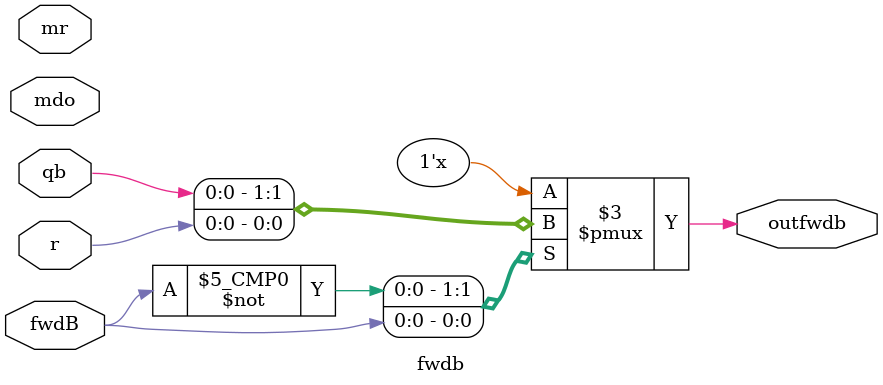
<source format=v>
`timescale 1ns / 1ps



module main();    
endmodule

module datapath (input clk,

    output wire ewreg,
    output wire em2reg,
    output wire ewmem,
    output wire ealuimm,
    output wire [3:0] ealuc,
    output wire [4:0] edestReg,
    output wire [31:0] eqa,
    output wire [31:0] eqb,
    output wire [31:0] eimm32,
    output wire [31:0] dinstOut,
    output wire [31:0] pc,
    output wire mwreg,
    output wire mm2reg,
    output wire mwmem,
    output wire wwreg,
    output wire wm2reg,
    output wire [4:0] mdestReg,
    output wire [4:0] wdestReg,
    output wire [31:0] mr,
    output wire [31:0] mqb,
    output wire [31:0] wr,
    output wire [31:0] wdo, qa, qb,
    output wire [1:0] fwdB, fwdA,
    output wire [31:0] outfwda, outfwdb,
    output wire mrm, ern
);

wire  wreg;
wire  m2reg;
wire  wmem;
wire  aluimm;
wire  regrt;
wire  [3:0] aluc;
wire  [4:0] destReg;
wire  [31:0] imm32;
wire  [31:0] instOut;
wire  [31:0] nextPC;
wire [31:0] b;
wire [31:0] r;
wire [31:0] mdo;
wire [31:0] wbData;

controlUnit controlUnit(
    .op(dinstOut[31:26]),
    .func(dinstOut[5:0]),
    .rt(dinstOut[4:0]),
    .rs(dinstOut[4:0]),
    .mrm(mrm),
    .mm2reg(mm2reg),
    .mwreg(mwreg),
    .ern(ern),
    .em2reg(em2reg),
    .ewreg(ewreg),
    .wreg(wreg),
    .m2reg(m2reg),
    .wmem(wmem),
    .aluimm(aluimm),
    .regrt(regrt),
    .fwdA(fwdA),
    .fwdB(fwdB),
    .aluc(aluc) 
);

idexePipelineReg idexePipelineReg(
    .clk(clk),
    .wreg(wreg),
    .m2reg(m2reg),
    .wmem(wmem),
    .aluimm(aluimm),
    .aluc(aluc),
    .destReg(destReg),
    .qa(qa),
    .qb(qb),
    .imm32(imm32),

    .ewreg(ewreg),
    .em2reg(em2reg),
    .ewmem(ewmem),
    .ealuimm(ealuimm),
    .ealuc(ealuc),
    .edestReg(edestReg),
    .eqa(eqa),
    .eqb(eqb),
    .eimm32(eimm32)
);

ifidPipelineReg ifidPipelineReg(
    .clk(clk),
    .instOut(instOut),

    .dinstOut(dinstOut)
);

immExtender immExtender(
    .imm(dinstOut[15:0]),

    .imm32(imm32)
);

instructionMemory instructionMemory(
    .pc(pc),

    .instOut(instOut)
);

pcAdder pcAdder(
    .pc(pc),

    .nextPC(nextPC)
);

programCounter programCounter(
    .clk(clk),
    .nextPC(nextPC),

    .pc(pc)
);

regFile regFile(
    .rs(dinstOut[25:21]),
    .rt(dinstOut[20:16]),
    .wdestReg(wdestReg),
    .wbData(wbData),
    .wwreg(wwreg),
    .clk(clk),

    .qa(qa),
    .qb(qb)
);

regrtMultiplexer regrtMultiplexer(
    .regrt(regrt),
    .rt(dinstOut[20:16]),
    .rd(dinstOut[15:11]),

    .destReg(destReg)
);

aluMux aluMux(
    .eqb(eqb),
    .eimm32(eimm32),
    .ealuimm(ealuimm),
   
    .b(b)    
);


alu  alu(
    .eqa(outfwda),
    .b(outfwdb),
    .ealuc(ealuc),
   
    .r(r)
);  


exememPipelineReg exememPipelineReg(
    .ewreg(ewreg),
    .em2reg(em2reg),
    .ewmem(ewmem),
    .edestReg(edestReg),
    .r(r),
    .eqb(eqb),
    .clk(clk),

    .mwreg(mwreg),
    .mm2reg(mm2reg),
    .mwmem(mwmem),
    .mdestReg(mdestReg),
    .mr(mr),
    .mqb(mqb)
);

memwbPipelineRegister memwbPipelineRegister(
    .mwreg(mwreg),
    .mm2reg(mm2reg),
    .mdestReg(mdestReg),
    .mr(mr),
    .mdo(mdo),
    .clk(clk),

    .wwreg(wwreg),
    .wm2reg(wm2reg),
    .wdestReg(wdestReg),
    .wr(wr),
    .wdo(wdo)
);


dataMemory dataMemory(
    .mr(mr),
    .mqb(mqb),
    .mwmem(mwmem),
    .clk(clk),
    .mdo(mdo)

);

wbMux wbMux(
    .wr(wr),
    .wdo(wdo),
    .wm2reg(wm2reg),
    .wbData(wbData)
);
fwda fwda(
    .fwdA(fwdA),//input size 2 bits (4 cases: 0,1,2,3)
    .qa(qa),//0
    .r(r),//1 (alu output)
    .mr(mr),//2 (datamem input)
    .mdo(mdo),//3 (dataMem output)

    .outfwda(outfwda)
);

fwdb fwdb(
    .fwdB(fwdB),//input size 2 bits (4 cases: 0,1,2,3)
    .qb(qb),//0
    .r(r),//1 (alu output)
    .mr(mr),//2 (datamem input)
    .mdo(mdo),//3 (dataMem output)
    .outfwdb(outfwdb)
);
endmodule



module programCounter(input [31:0] nextPC, input clk, output reg[31:0] pc);
    initial begin
        pc = 32'h00000064;
    end
    always @(posedge clk) begin
        pc <= nextPC;     
    end        
endmodule



module pcAdder(input [31:0] pc, output reg[31:0] nextPC);
    always @(*) begin
        nextPC = pc + 32'h00000004;
        #1;
    end
endmodule

module ifidPipelineReg(input [31:0] instOut, input clk, output reg[31:0] dinstOut);
    always @(posedge clk) begin
        dinstOut = instOut;
    end    
endmodule

module controlUnit(
input [5:0] op, 
input [5:0] func,
input [4:0] rt,
input [4:0] rs,
input mrm,
input mm2reg,
input mwreg,
input ern,
input em2reg,
input ewreg,
output reg m2reg,
output reg wmem,
output reg aluimm,
output reg regrt,
output reg edestReg,
output reg wreg,
output reg destreg,
output reg fwdA,
output reg fwdB,
output reg [3:0] aluc
);
always @(op or func) begin
        case(op)
            6'b000000: begin // r-type
                case(func)
                    6'b100000: begin//ADD 
                        wreg = 1'b1;
                        m2reg = 1'b0;
                        wmem = 1'b0;
                        aluimm = 1'b0;
                        regrt = 1'b0;
                        aluc = 4'b0010;
                    end
                    6'b100010: begin //SUB 
                        wreg = 1'b1;
                        m2reg = 1'b0;
                        wmem = 1'b0;
                        aluimm = 1'b0;
                        regrt = 1'b0;
                        aluc = 4'b0110;
                    end
                endcase
            end
            6'b100011: begin// LW
                wreg = 1'b1;
                m2reg = 1'b1;
                wmem = 1'b0;
                aluimm = 1'b1;
                regrt = 1'b1;
                aluc = 4'b0010;
            end
        endcase
        if (edestReg == rt && wreg == 1'b1 && destreg != 1'b0) begin
            fwdB = 2'b01;
        end
        else if (edestReg == rs && wreg == 1'b1 && destreg != 1'b0) begin
            fwdA = 2'b01;
        end
        else if (edestReg  == rt && m2reg ==1'b1 && destreg != 1'b0) begin
            fwdB = 2'b10;
        end
        else if(edestReg == rs && m2reg == 1'b1 && destreg != 1'b0) begin
            fwdA = 2'b10;
        end
        else begin
            fwdA = 2'b00;
            fwdB = 2'b00;
        end

    end
endmodule


module regrtMultiplexer(input [4:0] rt, input[4:0] rd, input regrt, output reg [4:0] destReg);
     always @(regrt or rt or rd) begin
        if (regrt == 1'b0) begin
            destReg = rd;
        end
        else begin
            destReg = rt;
        end
    end
endmodule


module regFile(
    input [4:0] rs,
    input [4:0] rt,
    input [4:0] wdestReg,
    input [31:0] wbData,
    input wwreg,
    input clk,
    output reg [31:0] qa,
    output reg [31:0] qb);
    reg [31:0] registers [0:31];
    integer i;

    initial
        begin
        for(i = 0; i < 32; i = i + 1)
        begin
            registers[i] = 0;
        end
    end
    always @(rs or rt)
        begin
            qa = registers[rs];
            qb = registers[rt];
        end
    always @ (negedge clk) begin
        if (wwreg == 1'b1) begin
            registers[wdestReg] = wbData;
        end
    end
endmodule



module immExtender(input [15:0] imm, output reg [31:0] imm32);
    always @(imm) begin
        imm32 = {{16{imm[15]}}, imm[15:0]};    
    end    
endmodule

module idexePipelineReg(clk, wreg, m2reg, wmem, aluimm, aluc, destReg, qa, qb, imm32, ewreg, em2reg, ewmem, ealuimm, ealuc, edestReg, eqa, eqb, eimm32);
    input clk, wreg, m2reg, wmem, aluimm;
    input [3:0] aluc;
    input [4:0] destReg;
    input [31:0] qa, qb, imm32;
    output reg ewreg, em2reg, ewmem, ealuimm;
    output reg [3:0] ealuc;
    output reg [4:0] edestReg;
    output reg [31:0] eqa, eqb, eimm32;
    always @(posedge clk) begin
        ewreg = wreg;
        em2reg = m2reg;
        ewmem = wmem;
        ealuimm = aluimm;
        ealuc = aluc;
        edestReg = destReg;
        eqa = qa;
        eqb = qb;
        eimm32 = imm32;
    end
endmodule

module alu (input [31:0] eqa, input [31:0] b, input [3:0] ealuc, output reg [31:0] r);
    always @ (eqa or b or ealuc)
        begin
            case (ealuc)
                4'b0000://and
                begin
                    r = eqa & b;
                end
                4'b0001://or
                begin
                    r = eqa || b;
                end
                4'b0010://add
                begin
                    r = eqa + b;
                end
                4'b0110://sub
                begin
                    r = eqa - b;
                end                
            endcase
        end
endmodule







module memwbPipelineRegister(
    input mwreg,
    input mm2reg,
    input [4:0] mdestReg,
    input [31:0] mr,
    input [31:0] mdo,
    input clk,
    output reg wwreg,
    output reg wm2reg,
    output reg [4:0] wdestReg,
    output reg [31:0] wr,
    output reg [31:0] wdo);
    
    always @(posedge clk) 
        begin
            wwreg = mwreg;
            wm2reg = mm2reg;
            wdestReg = mdestReg;
            wr = mr;
            wdo = mdo;
        end
endmodule
    
module aluMux (input [31:0] eqb, input [31:0] eimm32, input ealuimm, output reg [31:0] b);
    always @ (eqb or eimm32 or ealuimm)
        begin
          if (ealuimm == 1'b0) begin
            b = eqb;
          end
          
          else begin
            b = eimm32;
          end 
    end
endmodule



module exememPipelineReg(
    input ewreg,
    input em2reg,
    input ewmem, 
    input [4:0] edestReg,
    input [31:0] r,
    input [31:0] eqb,
    input clk,
    output reg mwreg, 
    output reg mm2reg, 
    output reg mwmem,
    output reg [4:0] mdestReg,
    output reg [31:0] mr,
    output reg [31:0] mqb);
    
    always @(posedge clk) 
        begin
            mwreg = ewreg;
            mm2reg = em2reg;
            mwmem = ewmem;
            mdestReg = edestReg;
            mr = r;
            mqb = eqb;
        end
endmodule





module dataMemory(input [31:0] mr, input [31:0] mqb, input mwmem, input clk, output reg [31:0] mdo);
    reg [31:0] memory [0:63];
    initial begin
        memory[0] = 32'hA00000AA;
        memory[1] = 32'h10000011;
        memory[2] = 32'h20000022;
        memory[3] = 32'h30000033;
        memory[4] = 32'h40000044;
        memory[5] = 32'h50000055;
        memory[6] = 32'h60000066;
        memory[7] = 32'h70000077;
        memory[8] = 32'h80000088;
        memory[9] = 32'h90000099;
    end
    always @ (mr or mqb or mwmem or clk)
        begin
            mdo = memory[mr[31:2]];
        end
   
    always @ (negedge clk)
        begin
            if (mwmem == 1'b1) begin
                memory[mr[31:2]] = mqb;
            end
        end
endmodule



module instructionMemory(input [31:0] pc, output reg [31:0] instOut);
    reg [31:0] memory [0:63];

initial
    begin
    memory[25] = {
        6'b100011,
        5'b00000,
        5'b00010,
        5'b00000,
        5'b00000,
        6'b000000
    };

    memory[26] = {
        6'b100011,
        5'b00000,
        5'b00011,
        5'b00000,
        5'b00000,
        6'b000100
    };
    memory[27] = {
        6'b100011,
        5'b00001,
        5'b00100,
        5'b00000,
        5'b00000,
        6'b001000
    };

    memory[28] = {
        6'b100011,
        5'b00001,
        5'b00101,
        5'b00000,
        5'b00000,
        6'b001100
    };
   
    memory[29] = {
        6'b000000,
        5'b00010,
        5'b01010,
        5'b00110,
        5'b00000,
        6'b100000
    };
end

always @(pc)
    begin
    instOut = memory[pc[7:2]];
    end
endmodule

module wbMux (input [31:0] wr, input [31:0] wdo, input wm2reg, output reg [31:0] wbData);
    always @ (wr or wdo or wm2reg)
        begin
            if (wm2reg == 1'b0) begin
            wbData = wr;
          end
         
          else begin
            wbData = wdo;
          end  
        end
endmodule

module fwda(
input fwdA,//input size 2 bits (4 cases: 0,1,2,3)
input qa,//0
input r,//1 (alu output)
input mr,//2 (datamem input)
input mdo,//3 (dataMem output)
output reg outfwda);
 
 always @(*) begin
 case (fwdA)
    2'b00: begin
    outfwda= qa;
    end

    2'b01: begin
    outfwda = r;
    end

    2'b10: begin
    outfwda = mr;
    end

    2'b11: begin
    outfwda = mdo;
    end
 endcase
 end
endmodule
    
module fwdb(
input fwdB,
input qb,
input r,
input mr,
input mdo,
output reg outfwdb);  

always @(*) begin
 case (fwdB)
    2'b00: begin
    outfwdb = qb;
    end

    2'b01: begin
    outfwdb = r;
    end

    2'b10: begin
    outfwdb = mr;
    end

    2'b11: begin
    outfwdb = mdo;
    end
 endcase
 end
endmodule

       



</source>
